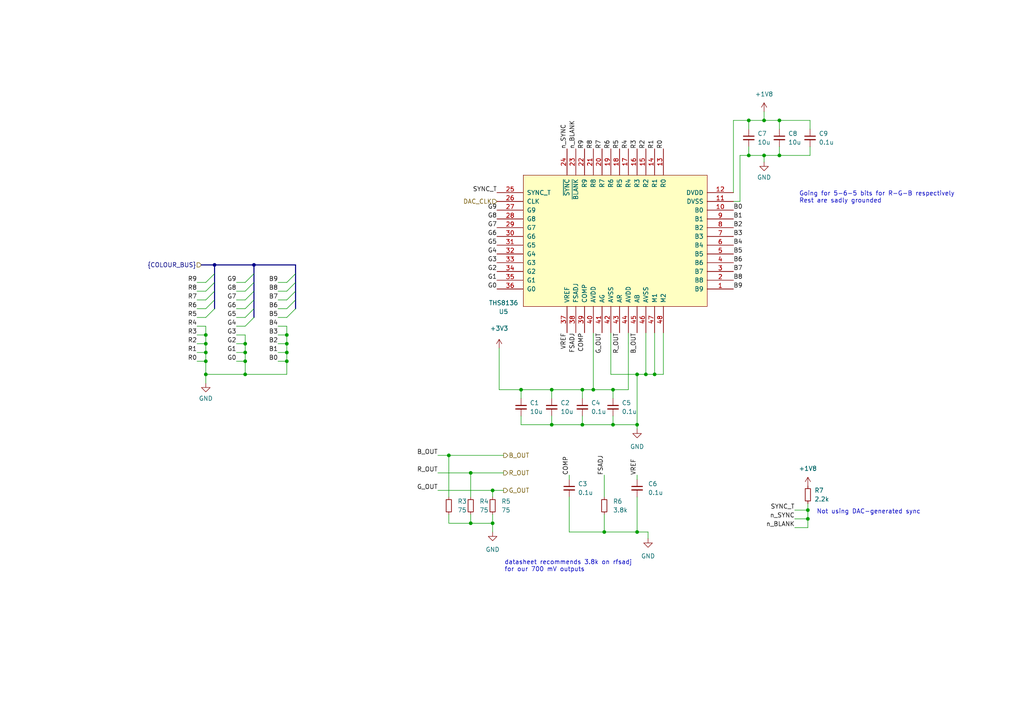
<source format=kicad_sch>
(kicad_sch (version 20211123) (generator eeschema)
  (paper "A4")
  (title_block (title "VGA Centrifuge") (date "2022-09-30") (rev "R1") (comment 1 "Author: Paolo Celati") (comment 2 "VGA DAC"))
  (lib_symbols
    (symbol "Device:C_Small" (pin_numbers hide) (pin_names (offset 0.254) hide)
      (property "Reference" "C" (at 0.254 1.778 0))
      (property "Value" "C_Small" (at 0.254 -2.032 0))
      (symbol "C_Small_0_1"
        (polyline (pts (xy -1.524 -0.508) (xy 1.524 -0.508)) (stroke (width 0.3302)))
        (polyline (pts (xy -1.524 0.508) (xy 1.524 0.508)) (stroke (width 0.3048)))
      )
      (symbol "C_Small_1_1"
        (pin passive line (at 0 2.54 270) (length 2.032) (name "~") (number "1"))
        (pin passive line (at 0 -2.54 90) (length 2.032) (name "~") (number "2"))
      )
    )
    (symbol "Device:R_Small" (pin_numbers hide) (pin_names (offset 0.254) hide)
      (property "Reference" "R" (at 0.762 0.508 0))
      (property "Value" "R_Small" (at 0.762 -1.016 0))
      (symbol "R_Small_0_1"
        (rectangle (start -0.762 1.778) (end 0.762 -1.778) (stroke (width 0.2032)))
      )
      (symbol "R_Small_1_1"
        (pin passive line (at 0 2.54 270) (length 0.762) (name "~") (number "1"))
        (pin passive line (at 0 -2.54 90) (length 0.762) (name "~") (number "2"))
      )
    )
    (symbol "centrifuge_symbols:THS8136" (pin_names (offset 1.016))
      (property "Reference" "U" (at 0 -2.54 0))
      (property "Value" "THS8136" (at 0 2.54 0))
      (symbol "THS8136_1_0"
        (rectangle (start -26.67 -19.05) (end 26.67 19.05) (fill (type background)))
      )
      (symbol "THS8136_1_1"
        (pin input line (at -34.29 13.97 0) (length 7.62) (name "B9") (number "1"))
        (pin input line (at -34.29 -8.89 0) (length 7.62) (name "B0") (number "10"))
        (pin power_in line (at -34.29 -11.43 0) (length 7.62) (name "DVSS") (number "11"))
        (pin power_in line (at -34.29 -13.97 0) (length 7.62) (name "DVDD") (number "12"))
        (pin input line (at -13.97 -26.67 90) (length 7.62) (name "R0") (number "13"))
        (pin input line (at -11.43 -26.67 90) (length 7.62) (name "R1") (number "14"))
        (pin input line (at -8.89 -26.67 90) (length 7.62) (name "R2") (number "15"))
        (pin input line (at -6.35 -26.67 90) (length 7.62) (name "R3") (number "16"))
        (pin input line (at -3.81 -26.67 90) (length 7.62) (name "R4") (number "17"))
        (pin input line (at -1.27 -26.67 90) (length 7.62) (name "R5") (number "18"))
        (pin input line (at 1.27 -26.67 90) (length 7.62) (name "R6") (number "19"))
        (pin input line (at -34.29 11.43 0) (length 7.62) (name "B8") (number "2"))
        (pin input line (at 3.81 -26.67 90) (length 7.62) (name "R7") (number "20"))
        (pin input line (at 6.35 -26.67 90) (length 7.62) (name "R8") (number "21"))
        (pin input line (at 8.89 -26.67 90) (length 7.62) (name "R9") (number "22"))
        (pin input line (at 11.43 -26.67 90) (length 7.62) (name "~{BLANK}") (number "23"))
        (pin input line (at 13.97 -26.67 90) (length 7.62) (name "~{SYNC}") (number "24"))
        (pin input line (at 34.29 -13.97 180) (length 7.62) (name "SYNC_T") (number "25"))
        (pin input line (at 34.29 -11.43 180) (length 7.62) (name "CLK") (number "26"))
        (pin input line (at 34.29 -8.89 180) (length 7.62) (name "G9") (number "27"))
        (pin input line (at 34.29 -6.35 180) (length 7.62) (name "G8") (number "28"))
        (pin input line (at 34.29 -3.81 180) (length 7.62) (name "G7") (number "29"))
        (pin input line (at -34.29 8.89 0) (length 7.62) (name "B7") (number "3"))
        (pin input line (at 34.29 -1.27 180) (length 7.62) (name "G6") (number "30"))
        (pin input line (at 34.29 1.27 180) (length 7.62) (name "G5") (number "31"))
        (pin input line (at 34.29 3.81 180) (length 7.62) (name "G4") (number "32"))
        (pin input line (at 34.29 6.35 180) (length 7.62) (name "G3") (number "33"))
        (pin input line (at 34.29 8.89 180) (length 7.62) (name "G2") (number "34"))
        (pin input line (at 34.29 11.43 180) (length 7.62) (name "G1") (number "35"))
        (pin input line (at 34.29 13.97 180) (length 7.62) (name "G0") (number "36"))
        (pin output line (at 13.97 26.67 270) (length 7.62) (name "VREF") (number "37"))
        (pin passive line (at 11.43 26.67 270) (length 7.62) (name "FSADJ") (number "38"))
        (pin output line (at 8.89 26.67 270) (length 7.62) (name "COMP") (number "39"))
        (pin input line (at -34.29 6.35 0) (length 7.62) (name "B6") (number "4"))
        (pin power_in line (at 6.35 26.67 270) (length 7.62) (name "AVDD") (number "40"))
        (pin output line (at 3.81 26.67 270) (length 7.62) (name "AG") (number "41"))
        (pin power_in line (at 1.27 26.67 270) (length 7.62) (name "AVSS") (number "42"))
        (pin output line (at -1.27 26.67 270) (length 7.62) (name "AR") (number "43"))
        (pin power_in line (at -3.81 26.67 270) (length 7.62) (name "AVDD") (number "44"))
        (pin output line (at -6.35 26.67 270) (length 7.62) (name "AB") (number "45"))
        (pin power_in line (at -8.89 26.67 270) (length 7.62) (name "AVSS") (number "46"))
        (pin input line (at -11.43 26.67 270) (length 7.62) (name "M1") (number "47"))
        (pin input line (at -13.97 26.67 270) (length 7.62) (name "M2") (number "48"))
        (pin input line (at -34.29 3.81 0) (length 7.62) (name "B5") (number "5"))
        (pin input line (at -34.29 1.27 0) (length 7.62) (name "B4") (number "6"))
        (pin input line (at -34.29 -1.27 0) (length 7.62) (name "B3") (number "7"))
        (pin input line (at -34.29 -3.81 0) (length 7.62) (name "B2") (number "8"))
        (pin input line (at -34.29 -6.35 0) (length 7.62) (name "B1") (number "9"))
      )
    )
    (symbol "power:+1V8" (power) (pin_names (offset 0))
      (property "Value" "+1V8" (at 0 3.556 0))
      (symbol "+1V8_0_1"
        (polyline (pts (xy -0.762 1.27) (xy 0 2.54)))
        (polyline (pts (xy 0 0) (xy 0 2.54)))
        (polyline (pts (xy 0 2.54) (xy 0.762 1.27)))
      )
      (symbol "+1V8_1_1"
        (pin power_in line (at 0 0 90) (length 0) hide (name "+1V8") (number "1"))
      )
    )
    (symbol "power:+3V3" (power) (pin_names (offset 0))
      (property "Value" "+3V3" (at 0 3.556 0))
      (symbol "+3V3_0_1"
        (polyline (pts (xy -0.762 1.27) (xy 0 2.54)))
        (polyline (pts (xy 0 0) (xy 0 2.54)))
        (polyline (pts (xy 0 2.54) (xy 0.762 1.27)))
      )
      (symbol "+3V3_1_1"
        (pin power_in line (at 0 0 90) (length 0) hide (name "+3V3") (number "1"))
      )
    )
    (symbol "power:GND" (power) (pin_names (offset 0))
      (property "Value" "GND" (at 0 -3.81 0))
      (symbol "GND_0_1"
        (polyline (pts (xy 0 0) (xy 0 -1.27) (xy 1.27 -1.27) (xy 0 -2.54) (xy -1.27 -1.27) (xy 0 -1.27)))
      )
      (symbol "GND_1_1"
        (pin power_in line (at 0 0 270) (length 0) hide (name "GND") (number "1"))
      )
    )
  )
  (junction (at 59.69 99.695))
  (junction (at 226.06 45.085))
  (junction (at 175.26 154.305))
  (junction (at 73.66 76.835))
  (junction (at 234.315 150.495))
  (junction (at 62.23 76.835))
  (junction (at 226.06 34.925))
  (junction (at 83.185 104.775))
  (junction (at 83.185 97.155))
  (junction (at 142.875 151.765))
  (junction (at 71.12 99.695))
  (junction (at 221.615 34.925))
  (junction (at 59.69 104.775))
  (junction (at 177.8 123.19))
  (junction (at 184.785 108.585))
  (junction (at 217.17 34.925))
  (junction (at 136.525 151.765))
  (junction (at 234.315 147.955))
  (junction (at 59.69 97.155))
  (junction (at 130.175 132.08))
  (junction (at 189.865 108.585))
  (junction (at 142.875 142.24))
  (junction (at 59.69 102.235))
  (junction (at 221.615 45.085))
  (junction (at 172.085 113.03))
  (junction (at 71.12 102.235))
  (junction (at 71.12 104.775))
  (junction (at 177.8 113.03))
  (junction (at 187.325 108.585))
  (junction (at 168.91 113.03))
  (junction (at 168.91 123.19))
  (junction (at 71.12 108.585))
  (junction (at 184.785 154.305))
  (junction (at 217.17 45.085))
  (junction (at 160.02 113.03))
  (junction (at 184.785 123.19))
  (junction (at 83.185 102.235))
  (junction (at 83.185 99.695))
  (junction (at 160.02 123.19))
  (junction (at 59.69 108.585))
  (junction (at 136.525 137.16))
  (junction (at 151.13 113.03))
  (bus_entry (at 71.12 89.535) (size 2.54 -2.54))
  (bus_entry (at 59.69 81.915) (size 2.54 -2.54))
  (bus_entry (at 83.185 92.075) (size 2.54 -2.54))
  (bus_entry (at 71.12 92.075) (size 2.54 -2.54))
  (bus_entry (at 83.185 86.995) (size 2.54 -2.54))
  (bus_entry (at 71.12 84.455) (size 2.54 -2.54))
  (bus_entry (at 83.185 89.535) (size 2.54 -2.54))
  (bus_entry (at 83.185 81.915) (size 2.54 -2.54))
  (bus_entry (at 71.12 94.615) (size 2.54 -2.54))
  (bus_entry (at 59.69 92.075) (size 2.54 -2.54))
  (bus_entry (at 59.69 84.455) (size 2.54 -2.54))
  (bus_entry (at 59.69 86.995) (size 2.54 -2.54))
  (bus_entry (at 71.12 86.995) (size 2.54 -2.54))
  (bus_entry (at 71.12 81.915) (size 2.54 -2.54))
  (bus_entry (at 59.69 89.535) (size 2.54 -2.54))
  (bus_entry (at 83.185 84.455) (size 2.54 -2.54))
  (wire (pts (xy 142.875 151.765) (xy 142.875 154.305)))
  (bus (pts (xy 73.66 84.455) (xy 73.66 81.915)))
  (wire (pts (xy 184.785 108.585) (xy 184.785 123.19)))
  (wire (pts (xy 68.58 99.695) (xy 71.12 99.695)))
  (wire (pts (xy 127 137.16) (xy 136.525 137.16)))
  (wire (pts (xy 59.69 102.235) (xy 59.69 104.775)))
  (wire (pts (xy 136.525 151.765) (xy 130.175 151.765)))
  (wire (pts (xy 151.13 120.65) (xy 151.13 123.19)))
  (wire (pts (xy 136.525 149.225) (xy 136.525 151.765)))
  (wire (pts (xy 226.06 34.925) (xy 226.06 37.465)))
  (wire (pts (xy 130.175 132.08) (xy 130.175 144.145)))
  (wire (pts (xy 187.325 108.585) (xy 184.785 108.585)))
  (wire (pts (xy 57.15 99.695) (xy 59.69 99.695)))
  (wire (pts (xy 57.15 94.615) (xy 59.69 94.615)))
  (wire (pts (xy 57.15 92.075) (xy 59.69 92.075)))
  (wire (pts (xy 214.63 45.085) (xy 214.63 58.42)))
  (wire (pts (xy 192.405 96.52) (xy 192.405 108.585)))
  (wire (pts (xy 187.325 108.585) (xy 187.325 96.52)))
  (wire (pts (xy 142.875 149.225) (xy 142.875 151.765)))
  (wire (pts (xy 175.26 154.305) (xy 184.785 154.305)))
  (wire (pts (xy 234.95 42.545) (xy 234.95 45.085)))
  (wire (pts (xy 177.8 123.19) (xy 184.785 123.19)))
  (bus (pts (xy 85.725 84.455) (xy 85.725 81.915)))
  (wire (pts (xy 68.58 104.775) (xy 71.12 104.775)))
  (wire (pts (xy 142.875 151.765) (xy 136.525 151.765)))
  (wire (pts (xy 130.175 132.08) (xy 146.05 132.08)))
  (wire (pts (xy 142.875 142.24) (xy 142.875 144.145)))
  (wire (pts (xy 83.185 104.775) (xy 83.185 108.585)))
  (wire (pts (xy 80.645 84.455) (xy 83.185 84.455)))
  (wire (pts (xy 168.91 113.03) (xy 172.085 113.03)))
  (wire (pts (xy 221.615 34.925) (xy 226.06 34.925)))
  (wire (pts (xy 59.69 108.585) (xy 71.12 108.585)))
  (wire (pts (xy 59.69 99.695) (xy 59.69 102.235)))
  (wire (pts (xy 80.645 86.995) (xy 83.185 86.995)))
  (wire (pts (xy 217.17 34.925) (xy 217.17 37.465)))
  (wire (pts (xy 177.165 96.52) (xy 177.165 108.585)))
  (wire (pts (xy 57.15 97.155) (xy 59.69 97.155)))
  (wire (pts (xy 71.12 99.695) (xy 71.12 102.235)))
  (wire (pts (xy 165.1 154.305) (xy 175.26 154.305)))
  (wire (pts (xy 57.15 84.455) (xy 59.69 84.455)))
  (wire (pts (xy 226.06 45.085) (xy 234.95 45.085)))
  (wire (pts (xy 68.58 86.995) (xy 71.12 86.995)))
  (wire (pts (xy 160.02 123.19) (xy 168.91 123.19)))
  (wire (pts (xy 182.245 96.52) (xy 182.245 113.03)))
  (wire (pts (xy 68.58 81.915) (xy 71.12 81.915)))
  (wire (pts (xy 71.12 108.585) (xy 83.185 108.585)))
  (wire (pts (xy 71.12 102.235) (xy 71.12 104.775)))
  (wire (pts (xy 187.96 156.21) (xy 187.96 154.305)))
  (wire (pts (xy 80.645 102.235) (xy 83.185 102.235)))
  (wire (pts (xy 172.085 96.52) (xy 172.085 113.03)))
  (bus (pts (xy 73.66 86.995) (xy 73.66 84.455)))
  (wire (pts (xy 217.17 42.545) (xy 217.17 45.085)))
  (wire (pts (xy 136.525 137.16) (xy 146.05 137.16)))
  (wire (pts (xy 68.58 94.615) (xy 71.12 94.615)))
  (wire (pts (xy 59.69 108.585) (xy 59.69 111.125)))
  (bus (pts (xy 62.23 89.535) (xy 62.23 86.995)))
  (wire (pts (xy 71.12 97.155) (xy 71.12 99.695)))
  (wire (pts (xy 57.15 86.995) (xy 59.69 86.995)))
  (wire (pts (xy 168.91 123.19) (xy 177.8 123.19)))
  (wire (pts (xy 57.15 89.535) (xy 59.69 89.535)))
  (wire (pts (xy 234.315 146.05) (xy 234.315 147.955)))
  (wire (pts (xy 71.12 104.775) (xy 71.12 108.585)))
  (bus (pts (xy 62.23 86.995) (xy 62.23 84.455)))
  (bus (pts (xy 85.725 81.915) (xy 85.725 79.375)))
  (wire (pts (xy 165.1 139.065) (xy 165.1 137.795)))
  (wire (pts (xy 217.17 34.925) (xy 221.615 34.925)))
  (wire (pts (xy 151.13 123.19) (xy 160.02 123.19)))
  (wire (pts (xy 230.505 150.495) (xy 234.315 150.495)))
  (wire (pts (xy 83.185 97.155) (xy 83.185 99.695)))
  (wire (pts (xy 175.26 154.305) (xy 175.26 149.225)))
  (bus (pts (xy 73.66 89.535) (xy 73.66 86.995)))
  (wire (pts (xy 184.785 123.19) (xy 184.785 124.46)))
  (wire (pts (xy 68.58 102.235) (xy 71.12 102.235)))
  (wire (pts (xy 177.8 120.65) (xy 177.8 123.19)))
  (wire (pts (xy 80.645 92.075) (xy 83.185 92.075)))
  (wire (pts (xy 59.69 97.155) (xy 59.69 99.695)))
  (wire (pts (xy 168.91 120.65) (xy 168.91 123.19)))
  (wire (pts (xy 234.315 150.495) (xy 234.315 153.035)))
  (wire (pts (xy 177.8 113.03) (xy 172.085 113.03)))
  (wire (pts (xy 142.875 142.24) (xy 146.05 142.24)))
  (wire (pts (xy 68.58 97.155) (xy 71.12 97.155)))
  (wire (pts (xy 168.91 113.03) (xy 168.91 115.57)))
  (wire (pts (xy 151.13 113.03) (xy 160.02 113.03)))
  (wire (pts (xy 221.615 45.085) (xy 221.615 46.99)))
  (wire (pts (xy 182.245 113.03) (xy 177.8 113.03)))
  (bus (pts (xy 62.23 84.455) (xy 62.23 81.915)))
  (wire (pts (xy 68.58 84.455) (xy 71.12 84.455)))
  (wire (pts (xy 214.63 58.42) (xy 212.725 58.42)))
  (bus (pts (xy 85.725 86.995) (xy 85.725 84.455)))
  (wire (pts (xy 184.785 154.305) (xy 187.96 154.305)))
  (wire (pts (xy 160.02 120.65) (xy 160.02 123.19)))
  (wire (pts (xy 151.13 113.03) (xy 151.13 115.57)))
  (wire (pts (xy 57.15 102.235) (xy 59.69 102.235)))
  (wire (pts (xy 80.645 97.155) (xy 83.185 97.155)))
  (wire (pts (xy 192.405 108.585) (xy 189.865 108.585)))
  (wire (pts (xy 59.69 94.615) (xy 59.69 97.155)))
  (wire (pts (xy 230.505 147.955) (xy 234.315 147.955)))
  (wire (pts (xy 68.58 89.535) (xy 71.12 89.535)))
  (wire (pts (xy 189.865 108.585) (xy 187.325 108.585)))
  (wire (pts (xy 177.8 113.03) (xy 177.8 115.57)))
  (bus (pts (xy 85.725 89.535) (xy 85.725 86.995)))
  (wire (pts (xy 80.645 99.695) (xy 83.185 99.695)))
  (bus (pts (xy 73.66 79.375) (xy 73.66 76.835)))
  (bus (pts (xy 62.23 76.835) (xy 73.66 76.835)))
  (wire (pts (xy 144.78 113.03) (xy 151.13 113.03)))
  (wire (pts (xy 177.165 108.585) (xy 184.785 108.585)))
  (bus (pts (xy 73.66 81.915) (xy 73.66 79.375)))
  (wire (pts (xy 221.615 45.085) (xy 226.06 45.085)))
  (wire (pts (xy 83.185 94.615) (xy 83.185 97.155)))
  (wire (pts (xy 136.525 137.16) (xy 136.525 144.145)))
  (wire (pts (xy 80.645 104.775) (xy 83.185 104.775)))
  (wire (pts (xy 80.645 81.915) (xy 83.185 81.915)))
  (bus (pts (xy 62.23 81.915) (xy 62.23 79.375)))
  (wire (pts (xy 189.865 96.52) (xy 189.865 108.585)))
  (wire (pts (xy 230.505 153.035) (xy 234.315 153.035)))
  (bus (pts (xy 62.23 79.375) (xy 62.23 76.835)))
  (wire (pts (xy 57.15 81.915) (xy 59.69 81.915)))
  (wire (pts (xy 234.95 34.925) (xy 234.95 37.465)))
  (wire (pts (xy 59.69 104.775) (xy 59.69 108.585)))
  (wire (pts (xy 160.02 113.03) (xy 168.91 113.03)))
  (wire (pts (xy 212.725 34.925) (xy 212.725 55.88)))
  (wire (pts (xy 184.785 139.065) (xy 184.785 137.795)))
  (bus (pts (xy 73.66 89.535) (xy 73.66 92.075)))
  (wire (pts (xy 175.26 144.145) (xy 175.26 137.795)))
  (wire (pts (xy 83.185 99.695) (xy 83.185 102.235)))
  (wire (pts (xy 68.58 92.075) (xy 71.12 92.075)))
  (wire (pts (xy 234.315 147.955) (xy 234.315 150.495)))
  (wire (pts (xy 214.63 45.085) (xy 217.17 45.085)))
  (wire (pts (xy 226.06 42.545) (xy 226.06 45.085)))
  (wire (pts (xy 221.615 32.385) (xy 221.615 34.925)))
  (wire (pts (xy 144.78 100.965) (xy 144.78 113.03)))
  (wire (pts (xy 217.17 45.085) (xy 221.615 45.085)))
  (wire (pts (xy 212.725 34.925) (xy 217.17 34.925)))
  (wire (pts (xy 184.785 154.305) (xy 184.785 144.145)))
  (wire (pts (xy 226.06 34.925) (xy 234.95 34.925)))
  (wire (pts (xy 57.15 104.775) (xy 59.69 104.775)))
  (wire (pts (xy 130.175 151.765) (xy 130.175 149.225)))
  (wire (pts (xy 83.185 102.235) (xy 83.185 104.775)))
  (wire (pts (xy 127 142.24) (xy 142.875 142.24)))
  (wire (pts (xy 80.645 89.535) (xy 83.185 89.535)))
  (bus (pts (xy 58.42 76.835) (xy 62.23 76.835)))
  (wire (pts (xy 127 132.08) (xy 130.175 132.08)))
  (bus (pts (xy 73.66 76.835) (xy 85.725 76.835)))
  (wire (pts (xy 165.1 154.305) (xy 165.1 144.145)))
  (wire (pts (xy 160.02 113.03) (xy 160.02 115.57)))
  (bus (pts (xy 85.725 79.375) (xy 85.725 76.835)))
  (wire (pts (xy 80.645 94.615) (xy 83.185 94.615)))
  (text "datasheet recommends 3.8k on rfsadj\nfor our 700 mV outputs" (at 146.304 165.989 0) (effects (font (size 1.27 1.27)) (justify left bottom)))
  (text "Going for 5-6-5 bits for R-G-B respectively\nRest are sadly grounded" (at 231.775 59.055 0) (effects (font (size 1.27 1.27)) (justify left bottom)))
  (text "Not using DAC-generated sync" (at 236.855 149.225 0) (effects (font (size 1.27 1.27)) (justify left bottom)))
  (label "G0" (at 144.145 83.82 180))
  (label "B9" (at 80.645 81.915 180))
  (label "n_SYNC" (at 230.505 150.495 180))
  (label "G8" (at 68.58 84.455 180))
  (label "B0" (at 80.645 104.775 180))
  (label "B_OUT" (at 127 132.08 180))
  (label "R_OUT" (at 179.705 96.52 270))
  (label "G0" (at 68.58 104.775 180))
  (label "R9" (at 169.545 43.18 90))
  (label "R_OUT" (at 127 137.16 180))
  (label "B5" (at 212.725 73.66 0))
  (label "B4" (at 80.645 94.615 180))
  (label "B1" (at 80.645 102.235 180))
  (label "SYNC_T" (at 230.505 147.955 180))
  (label "R5" (at 179.705 43.18 90))
  (label "B5" (at 80.645 92.075 180))
  (label "G9" (at 144.145 60.96 180))
  (label "G4" (at 144.145 73.66 180))
  (label "G7" (at 68.58 86.995 180))
  (label "R8" (at 57.15 84.455 180))
  (label "n_SYNC" (at 164.465 43.18 90))
  (label "COMP" (at 169.545 96.52 270))
  (label "G_OUT" (at 127 142.24 180))
  (label "R8" (at 172.085 43.18 90))
  (label "n_BLANK" (at 230.505 153.035 180))
  (label "R7" (at 57.15 86.995 180))
  (label "B4" (at 212.725 71.12 0))
  (label "B9" (at 212.725 83.82 0))
  (label "G6" (at 144.145 68.58 180))
  (label "B3" (at 80.645 97.155 180))
  (label "R2" (at 187.325 43.18 90))
  (label "G1" (at 68.58 102.235 180))
  (label "B7" (at 212.725 78.74 0))
  (label "R7" (at 174.625 43.18 90))
  (label "G4" (at 68.58 94.615 180))
  (label "R0" (at 57.15 104.775 180))
  (label "VREF" (at 164.465 96.52 270))
  (label "B7" (at 80.645 86.995 180))
  (label "G3" (at 144.145 76.2 180))
  (label "B8" (at 212.725 81.28 0))
  (label "R6" (at 177.165 43.18 90))
  (label "R9" (at 57.15 81.915 180))
  (label "G7" (at 144.145 66.04 180))
  (label "G9" (at 68.58 81.915 180))
  (label "R3" (at 57.15 97.155 180))
  (label "B6" (at 212.725 76.2 0))
  (label "B2" (at 80.645 99.695 180))
  (label "B2" (at 212.725 66.04 0))
  (label "R4" (at 182.245 43.18 90))
  (label "FSADJ" (at 175.26 137.795 90))
  (label "G_OUT" (at 174.625 96.52 270))
  (label "G2" (at 144.145 78.74 180))
  (label "B_OUT" (at 184.785 96.52 270))
  (label "R6" (at 57.15 89.535 180))
  (label "COMP" (at 165.1 137.795 90))
  (label "R3" (at 184.785 43.18 90))
  (label "R1" (at 57.15 102.235 180))
  (label "B3" (at 212.725 68.58 0))
  (label "R4" (at 57.15 94.615 180))
  (label "B0" (at 212.725 60.96 0))
  (label "G5" (at 144.145 71.12 180))
  (label "FSADJ" (at 167.005 96.52 270))
  (label "n_BLANK" (at 167.005 43.18 90))
  (label "B6" (at 80.645 89.535 180))
  (label "R0" (at 192.405 43.18 90))
  (label "SYNC_T" (at 144.145 55.88 180))
  (label "G6" (at 68.58 89.535 180))
  (label "G1" (at 144.145 81.28 180))
  (label "G3" (at 68.58 97.155 180))
  (label "VREF" (at 184.785 137.795 90))
  (label "G2" (at 68.58 99.695 180))
  (label "B1" (at 212.725 63.5 0))
  (label "R2" (at 57.15 99.695 180))
  (label "G8" (at 144.145 63.5 180))
  (label "B8" (at 80.645 84.455 180))
  (label "R1" (at 189.865 43.18 90))
  (label "R5" (at 57.15 92.075 180))
  (label "G5" (at 68.58 92.075 180))
  (hierarchical_label "{COLOUR_BUS}" (shape input) (at 58.42 76.835 180))
  (hierarchical_label "R_OUT" (shape output) (at 146.05 137.16 0))
  (hierarchical_label "B_OUT" (shape output) (at 146.05 132.08 0))
  (hierarchical_label "G_OUT" (shape output) (at 146.05 142.24 0))
  (hierarchical_label "DAC_CLK" (shape input) (at 144.145 58.42 180))
  (symbol (lib_id "power:+3V3") (at 144.78 100.965 0) (unit 1)
    (property "Reference" "#PWR0132" (effects hide))
    (property "Value" "+3V3" (at 144.78 95.25 0))
  )
  (symbol (lib_id "Device:C_Small") (at 177.8 118.11 0) (unit 1)
    (property "Reference" "C5" (at 180.34 116.8462 0) (effects (justify left)))
    (property "Value" "0.1u" (at 180.34 119.3862 0) (effects (justify left)))
    (property "Footprint" "Capacitor_SMD:C_0805_2012Metric_Pad1.18x1.45mm_HandSolder" (effects hide))
    (property "Order Page" "https://no.mouser.com/ProductDetail/Samsung-Electro-Mechanics/CL21F104ZBANNNC?qs=sGAEpiMZZMsh%252B1woXyUXjxqcB7t9naYp2FQ5fpmTNBQ%3D" (effects hide))
  )
  (symbol (lib_id "Device:C_Small") (at 226.06 40.005 0) (unit 1)
    (property "Reference" "C8" (at 228.6 38.7412 0) (effects (justify left)))
    (property "Value" "10u" (at 228.6 41.2812 0) (effects (justify left)))
    (property "Footprint" "Capacitor_SMD:C_0805_2012Metric_Pad1.18x1.45mm_HandSolder" (effects hide))
    (property "Order Page" "https://no.mouser.com/ProductDetail/Samsung-Electro-Mechanics/CL21A106KOQNNNE?qs=sGAEpiMZZMsh%252B1woXyUXj7iNKXiFkBmwjufexzBEAvI%3D" (effects hide))
  )
  (symbol (lib_id "Device:C_Small") (at 168.91 118.11 0) (unit 1)
    (property "Reference" "C4" (at 171.45 116.8462 0) (effects (justify left)))
    (property "Value" "0.1u" (at 171.45 119.3862 0) (effects (justify left)))
    (property "Footprint" "Capacitor_SMD:C_0805_2012Metric_Pad1.18x1.45mm_HandSolder" (effects hide))
    (property "Order Page" "https://no.mouser.com/ProductDetail/Samsung-Electro-Mechanics/CL21F104ZBANNNC?qs=sGAEpiMZZMsh%252B1woXyUXjxqcB7t9naYp2FQ5fpmTNBQ%3D" (effects hide))
  )
  (symbol (lib_id "power:GND") (at 59.69 111.125 0) (unit 1)
    (property "Reference" "#PWR0216" (effects hide))
    (property "Value" "GND" (at 59.69 115.57 0))
  )
  (symbol (lib_id "power:GND") (at 221.615 46.99 0) (unit 1)
    (property "Reference" "#PWR0113" (effects hide))
    (property "Value" "GND" (at 221.615 51.435 0))
  )
  (symbol (lib_id "Device:R_Small") (at 234.315 143.51 0) (unit 1)
    (property "Reference" "R7" (at 236.22 142.2399 0) (effects (justify left)))
    (property "Value" "2.2k" (at 236.22 144.7799 0) (effects (justify left)))
    (property "Footprint" "Resistor_SMD:R_0805_2012Metric_Pad1.20x1.40mm_HandSolder" (effects hide))
    (property "Order Page" "https://no.mouser.com/ProductDetail/Vishay-Dale/CRCW08052K20FKEB?qs=sGAEpiMZZMtlubZbdhIBINvvmcV35a3LmL3hFYkil7g%3D" (effects hide))
  )
  (symbol (lib_id "centrifuge_symbols:THS8136") (at 178.435 69.85 180) (unit 1)
    (property "Reference" "U5" (at 146.05 90.3988 0))
    (property "Value" "THS8136" (at 146.05 87.8588 0))
    (property "Footprint" "Package_QFP:LQFP-48-1EP_7x7mm_P0.5mm_EP3.6x3.6mm" (effects hide))
    (property "Datasheet" "https://www.ti.com/lit/ds/symlink/ths8136.pdf" (effects hide))
  )
  (symbol (lib_id "Device:C_Small") (at 165.1 141.605 0) (unit 1)
    (property "Reference" "C3" (at 167.64 140.3412 0) (effects (justify left)))
    (property "Value" "0.1u" (at 167.64 142.8812 0) (effects (justify left)))
    (property "Footprint" "Capacitor_SMD:C_0805_2012Metric_Pad1.18x1.45mm_HandSolder" (effects hide))
    (property "Order Page" "https://no.mouser.com/ProductDetail/Samsung-Electro-Mechanics/CL21F104ZBANNNC?qs=sGAEpiMZZMsh%252B1woXyUXjxqcB7t9naYp2FQ5fpmTNBQ%3D" (effects hide))
  )
  (symbol (lib_id "power:+1V8") (at 221.615 32.385 0) (unit 1)
    (property "Reference" "#PWR0112" (effects hide))
    (property "Value" "+1V8" (at 221.615 27.305 0))
  )
  (symbol (lib_id "Device:R_Small") (at 142.875 146.685 0) (unit 1)
    (property "Reference" "R5" (at 145.415 145.4149 0) (effects (justify left)))
    (property "Value" "75" (at 145.415 147.9549 0) (effects (justify left)))
    (property "Footprint" "Resistor_SMD:R_0805_2012Metric_Pad1.20x1.40mm_HandSolder" (effects hide))
    (property "Order Page" "https://no.mouser.com/ProductDetail/YAGEO/RC0805FR-0775RL?qs=sGAEpiMZZMtlubZbdhIBIDa%2FhYjOd3Y%252Bd6foRqflA8g%3D" (effects hide))
  )
  (symbol (lib_id "Device:R_Small") (at 175.26 146.685 0) (unit 1)
    (property "Reference" "R6" (at 177.8 145.4149 0) (effects (justify left)))
    (property "Value" "3.8k" (at 177.8 147.9549 0) (effects (justify left)))
    (property "Footprint" "Resistor_SMD:R_0805_2012Metric_Pad1.20x1.40mm_HandSolder" (effects hide))
    (property "Order Page" "https://no.mouser.com/ProductDetail/YAGEO/RC0805FR-073K83L?qs=sGAEpiMZZMtlubZbdhIBIJv49G1poxg9o6TOu1v2tWs%3D" (effects hide))
  )
  (symbol (lib_id "Device:C_Small") (at 184.785 141.605 0) (unit 1)
    (property "Reference" "C6" (at 187.96 140.3412 0) (effects (justify left)))
    (property "Value" "0.1u" (at 187.96 142.8812 0) (effects (justify left)))
    (property "Footprint" "Capacitor_SMD:C_0805_2012Metric_Pad1.18x1.45mm_HandSolder" (effects hide))
    (property "Order Page" "https://no.mouser.com/ProductDetail/Samsung-Electro-Mechanics/CL21F104ZBANNNC?qs=sGAEpiMZZMsh%252B1woXyUXjxqcB7t9naYp2FQ5fpmTNBQ%3D" (effects hide))
  )
  (symbol (lib_id "Device:C_Small") (at 151.13 118.11 0) (unit 1)
    (property "Reference" "C1" (at 153.67 116.8462 0) (effects (justify left)))
    (property "Value" "10u" (at 153.67 119.3862 0) (effects (justify left)))
    (property "Footprint" "Capacitor_SMD:C_0805_2012Metric_Pad1.18x1.45mm_HandSolder" (effects hide))
    (property "Order Page" "https://no.mouser.com/ProductDetail/Samsung-Electro-Mechanics/CL21A106KOQNNNE?qs=sGAEpiMZZMsh%252B1woXyUXj7iNKXiFkBmwjufexzBEAvI%3D" (effects hide))
  )
  (symbol (lib_id "Device:R_Small") (at 136.525 146.685 0) (unit 1)
    (property "Reference" "R4" (at 139.065 145.4149 0) (effects (justify left)))
    (property "Value" "75" (at 139.065 147.9549 0) (effects (justify left)))
    (property "Footprint" "Resistor_SMD:R_0805_2012Metric_Pad1.20x1.40mm_HandSolder" (effects hide))
    (property "Order Page" "https://no.mouser.com/ProductDetail/YAGEO/RC0805FR-0775RL?qs=sGAEpiMZZMtlubZbdhIBIDa%2FhYjOd3Y%252Bd6foRqflA8g%3D" (effects hide))
  )
  (symbol (lib_id "power:+1V8") (at 234.315 140.97 0) (unit 1)
    (property "Reference" "#PWR0111" (effects hide))
    (property "Value" "+1V8" (at 234.315 135.89 0))
  )
  (symbol (lib_id "Device:C_Small") (at 234.95 40.005 0) (unit 1)
    (property "Reference" "C9" (at 237.49 38.7412 0) (effects (justify left)))
    (property "Value" "0.1u" (at 237.49 41.2812 0) (effects (justify left)))
    (property "Footprint" "Capacitor_SMD:C_0805_2012Metric_Pad1.18x1.45mm_HandSolder" (effects hide))
    (property "Order Page" "https://no.mouser.com/ProductDetail/Samsung-Electro-Mechanics/CL21F104ZBANNNC?qs=sGAEpiMZZMsh%252B1woXyUXjxqcB7t9naYp2FQ5fpmTNBQ%3D" (effects hide))
  )
  (symbol (lib_id "Device:C_Small") (at 160.02 118.11 0) (unit 1)
    (property "Reference" "C2" (at 162.56 116.8462 0) (effects (justify left)))
    (property "Value" "10u" (at 162.56 119.3862 0) (effects (justify left)))
    (property "Footprint" "Capacitor_SMD:C_0805_2012Metric_Pad1.18x1.45mm_HandSolder" (effects hide))
    (property "Order Page" "https://no.mouser.com/ProductDetail/Samsung-Electro-Mechanics/CL21A106KOQNNNE?qs=sGAEpiMZZMsh%252B1woXyUXj7iNKXiFkBmwjufexzBEAvI%3D" (effects hide))
  )
  (symbol (lib_id "Device:C_Small") (at 217.17 40.005 0) (unit 1)
    (property "Reference" "C7" (at 219.71 38.7412 0) (effects (justify left)))
    (property "Value" "10u" (at 219.71 41.2812 0) (effects (justify left)))
    (property "Footprint" "Capacitor_SMD:C_0805_2012Metric_Pad1.18x1.45mm_HandSolder" (effects hide))
    (property "Order Page" "https://no.mouser.com/ProductDetail/Samsung-Electro-Mechanics/CL21A106KOQNNNE?qs=sGAEpiMZZMsh%252B1woXyUXj7iNKXiFkBmwjufexzBEAvI%3D" (effects hide))
  )
  (symbol (lib_id "power:GND") (at 187.96 156.21 0) (unit 1)
    (property "Reference" "#PWR0108" (effects hide))
    (property "Value" "GND" (at 187.96 161.29 0))
  )
  (symbol (lib_id "power:GND") (at 142.875 154.305 0) (unit 1)
    (property "Reference" "#PWR0114" (effects hide))
    (property "Value" "GND" (at 142.875 159.385 0))
  )
  (symbol (lib_id "power:GND") (at 184.785 124.46 0) (unit 1)
    (property "Reference" "#PWR0110" (effects hide))
    (property "Value" "GND" (at 184.785 129.54 0))
  )
  (symbol (lib_id "Device:R_Small") (at 130.175 146.685 0) (unit 1)
    (property "Reference" "R3" (at 132.715 145.4149 0) (effects (justify left)))
    (property "Value" "75" (at 132.715 147.9549 0) (effects (justify left)))
    (property "Footprint" "Resistor_SMD:R_0805_2012Metric_Pad1.20x1.40mm_HandSolder" (effects hide))
    (property "Order Page" "https://no.mouser.com/ProductDetail/YAGEO/RC0805FR-0775RL?qs=sGAEpiMZZMtlubZbdhIBIDa%2FhYjOd3Y%252Bd6foRqflA8g%3D" (effects hide))
  )
)
</source>
